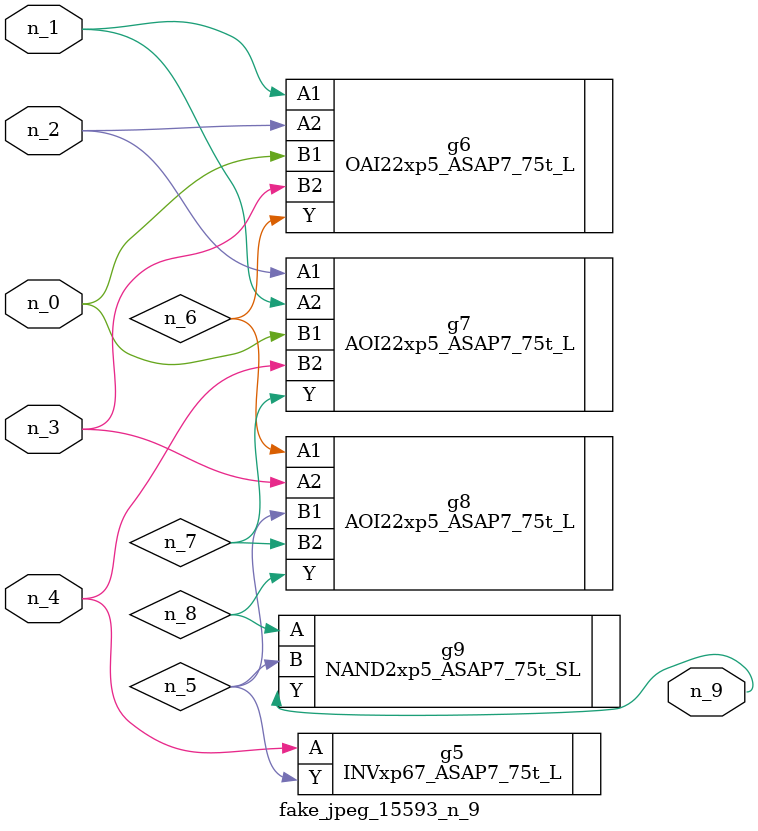
<source format=v>
module fake_jpeg_15593_n_9 (n_3, n_2, n_1, n_0, n_4, n_9);

input n_3;
input n_2;
input n_1;
input n_0;
input n_4;

output n_9;

wire n_8;
wire n_6;
wire n_5;
wire n_7;

INVxp67_ASAP7_75t_L g5 ( 
.A(n_4),
.Y(n_5)
);

OAI22xp5_ASAP7_75t_L g6 ( 
.A1(n_1),
.A2(n_2),
.B1(n_0),
.B2(n_3),
.Y(n_6)
);

AOI22xp5_ASAP7_75t_L g7 ( 
.A1(n_2),
.A2(n_1),
.B1(n_0),
.B2(n_4),
.Y(n_7)
);

AOI22xp5_ASAP7_75t_L g8 ( 
.A1(n_6),
.A2(n_3),
.B1(n_5),
.B2(n_7),
.Y(n_8)
);

NAND2xp5_ASAP7_75t_SL g9 ( 
.A(n_8),
.B(n_5),
.Y(n_9)
);


endmodule
</source>
